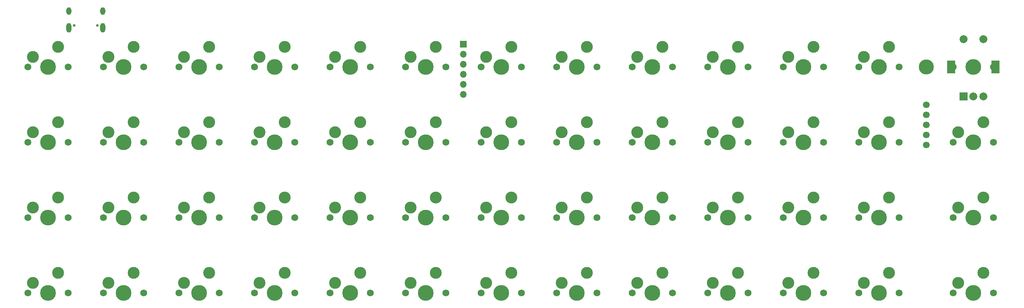
<source format=gts>
G04 #@! TF.GenerationSoftware,KiCad,Pcbnew,(6.0.1-0)*
G04 #@! TF.CreationDate,2022-06-04T21:55:58-05:00*
G04 #@! TF.ProjectId,pcb,7063622e-6b69-4636-9164-5f7063625858,rev?*
G04 #@! TF.SameCoordinates,Original*
G04 #@! TF.FileFunction,Soldermask,Top*
G04 #@! TF.FilePolarity,Negative*
%FSLAX46Y46*%
G04 Gerber Fmt 4.6, Leading zero omitted, Abs format (unit mm)*
G04 Created by KiCad (PCBNEW (6.0.1-0)) date 2022-06-04 21:55:58*
%MOMM*%
%LPD*%
G01*
G04 APERTURE LIST*
%ADD10C,3.000000*%
%ADD11C,1.750000*%
%ADD12C,3.987800*%
%ADD13R,2.000000X2.000000*%
%ADD14C,2.000000*%
%ADD15R,2.000000X3.200000*%
%ADD16C,3.800000*%
%ADD17O,1.700000X1.700000*%
%ADD18R,1.700000X1.700000*%
%ADD19C,0.650000*%
%ADD20O,1.300000X2.400000*%
%ADD21O,1.300000X1.900000*%
%ADD22C,1.700000*%
G04 APERTURE END LIST*
D10*
X121180225Y-50653950D03*
D11*
X119910225Y-53193950D03*
D12*
X124990225Y-53193950D03*
D10*
X127530225Y-48113950D03*
D11*
X130070225Y-53193950D03*
X206270225Y-53193950D03*
D10*
X203730225Y-48113950D03*
X197380225Y-50653950D03*
D11*
X196110225Y-53193950D03*
D12*
X201190225Y-53193950D03*
D11*
X187220225Y-53193950D03*
D10*
X178330225Y-50653950D03*
X184680225Y-48113950D03*
D11*
X177060225Y-53193950D03*
D12*
X182140225Y-53193950D03*
D11*
X168170225Y-53193950D03*
D12*
X163090225Y-53193950D03*
D10*
X165630225Y-48113950D03*
X159280225Y-50653950D03*
D11*
X158010225Y-53193950D03*
X81810225Y-53193950D03*
D12*
X86890225Y-53193950D03*
D10*
X83080225Y-50653950D03*
X89430225Y-48113950D03*
D11*
X91970225Y-53193950D03*
X225320225Y-53193950D03*
D10*
X222780225Y-48113950D03*
D12*
X220240225Y-53193950D03*
D11*
X215160225Y-53193950D03*
D10*
X216430225Y-50653950D03*
D11*
X244370225Y-53193950D03*
D10*
X235480225Y-50653950D03*
X241830225Y-48113950D03*
D11*
X234210225Y-53193950D03*
D12*
X239290225Y-53193950D03*
D11*
X91970225Y-72243950D03*
D12*
X86890225Y-72243950D03*
D10*
X83080225Y-69703950D03*
D11*
X81810225Y-72243950D03*
D10*
X89430225Y-67163950D03*
D11*
X111020225Y-72243950D03*
D10*
X102130225Y-69703950D03*
D11*
X100860225Y-72243950D03*
D10*
X108480225Y-67163950D03*
D12*
X105940225Y-72243950D03*
X144045399Y-72243950D03*
D10*
X146585399Y-67163950D03*
D11*
X138965399Y-72243950D03*
X149125399Y-72243950D03*
D10*
X140235399Y-69703950D03*
X273580225Y-50653950D03*
D12*
X277390225Y-53193950D03*
D10*
X279930225Y-48113950D03*
D11*
X272310225Y-53193950D03*
X282470225Y-53193950D03*
D10*
X165630225Y-67163950D03*
X159280225Y-69703950D03*
D11*
X168170225Y-72243950D03*
X158010225Y-72243950D03*
D12*
X163090225Y-72243950D03*
D11*
X187220225Y-72243950D03*
D12*
X182140225Y-72243950D03*
D11*
X177060225Y-72243950D03*
D10*
X184680225Y-67163950D03*
X178330225Y-69703950D03*
D11*
X196110225Y-72243950D03*
D12*
X201190225Y-72243950D03*
D10*
X203730225Y-67163950D03*
D11*
X206270225Y-72243950D03*
D10*
X197380225Y-69703950D03*
D11*
X111020225Y-110343950D03*
D12*
X105940225Y-110343950D03*
D11*
X100860225Y-110343950D03*
D10*
X108480225Y-105263950D03*
X102130225Y-107803950D03*
D11*
X119910225Y-110343950D03*
D10*
X127530225Y-105263950D03*
D11*
X130070225Y-110343950D03*
D12*
X124990225Y-110343950D03*
D10*
X121180225Y-107803950D03*
X140230225Y-107803950D03*
X146580225Y-105263950D03*
D12*
X144040225Y-110343950D03*
D11*
X149120225Y-110343950D03*
X138960225Y-110343950D03*
D10*
X159280225Y-107803950D03*
D11*
X168170225Y-110343950D03*
D10*
X165630225Y-105263950D03*
D11*
X158010225Y-110343950D03*
D12*
X163090225Y-110343950D03*
X182140225Y-110343950D03*
D11*
X187220225Y-110343950D03*
D10*
X178330225Y-107803950D03*
X184680225Y-105263950D03*
D11*
X177060225Y-110343950D03*
D12*
X220240225Y-110343950D03*
D11*
X225320225Y-110343950D03*
D10*
X222780225Y-105263950D03*
D11*
X215160225Y-110343950D03*
D10*
X216430225Y-107803950D03*
X241830225Y-105263950D03*
X235480225Y-107803950D03*
D11*
X244370225Y-110343950D03*
X234210225Y-110343950D03*
D12*
X239290225Y-110343950D03*
D11*
X253260225Y-110343950D03*
D10*
X254530225Y-107803950D03*
X260880225Y-105263950D03*
D11*
X263420225Y-110343950D03*
D12*
X258340225Y-110343950D03*
D10*
X279930225Y-105263950D03*
D12*
X277390225Y-110343950D03*
D11*
X282470225Y-110343950D03*
X272310225Y-110343950D03*
D10*
X273580225Y-107803950D03*
D11*
X196110225Y-110343950D03*
X206270225Y-110343950D03*
D10*
X203730225Y-105263950D03*
D12*
X201190225Y-110343950D03*
D10*
X197380225Y-107803950D03*
X279930225Y-86213950D03*
D12*
X277390225Y-91293950D03*
D10*
X273580225Y-88753950D03*
D11*
X272310225Y-91293950D03*
X282470225Y-91293950D03*
X253260225Y-91293950D03*
D10*
X260880225Y-86213950D03*
D12*
X258340225Y-91293950D03*
D10*
X254530225Y-88753950D03*
D11*
X263420225Y-91293950D03*
D10*
X216430225Y-88753950D03*
D11*
X215160225Y-91293950D03*
D10*
X222780225Y-86213950D03*
D11*
X225320225Y-91293950D03*
D12*
X220240225Y-91293950D03*
D11*
X187220225Y-91293950D03*
X177060225Y-91293950D03*
D12*
X182140225Y-91293950D03*
D10*
X184680225Y-86213950D03*
X178330225Y-88753950D03*
D11*
X138960225Y-91293950D03*
D10*
X146580225Y-86213950D03*
D11*
X149120225Y-91293950D03*
D12*
X144040225Y-91293950D03*
D10*
X140230225Y-88753950D03*
X83080225Y-88753950D03*
X89430225Y-86213950D03*
D11*
X91970225Y-91293950D03*
X81810225Y-91293950D03*
D12*
X86890225Y-91293950D03*
D11*
X158010225Y-91293950D03*
D10*
X159280225Y-88753950D03*
X165630225Y-86213950D03*
D11*
X168170225Y-91293950D03*
D12*
X163090225Y-91293950D03*
D10*
X298980225Y-67163950D03*
D11*
X301520225Y-72243950D03*
D10*
X292630225Y-69703950D03*
D11*
X291360225Y-72243950D03*
D12*
X296440225Y-72243950D03*
D10*
X127530225Y-86213950D03*
D11*
X130070225Y-91293950D03*
D10*
X121180225Y-88753950D03*
D11*
X119910225Y-91293950D03*
D12*
X124990225Y-91293950D03*
X105940225Y-91293950D03*
D11*
X111020225Y-91293950D03*
D10*
X108480225Y-86213950D03*
X102130225Y-88753950D03*
D11*
X100860225Y-91293950D03*
X263420225Y-72243950D03*
D10*
X260880225Y-67163950D03*
D12*
X258340225Y-72243950D03*
D10*
X254530225Y-69703950D03*
D11*
X253260225Y-72243950D03*
X234210225Y-72243950D03*
D10*
X241830225Y-67163950D03*
D12*
X239290225Y-72243950D03*
D10*
X235480225Y-69703950D03*
D11*
X244370225Y-72243950D03*
D10*
X273580225Y-69703950D03*
D12*
X277390225Y-72243950D03*
D11*
X282470225Y-72243950D03*
D10*
X279930225Y-67163950D03*
D11*
X272310225Y-72243950D03*
D10*
X298980225Y-105263950D03*
D11*
X291360225Y-110343950D03*
D12*
X296440225Y-110343950D03*
D11*
X301520225Y-110343950D03*
D10*
X292630225Y-107803950D03*
X298980225Y-86213950D03*
X292630225Y-88753950D03*
D12*
X296440225Y-91293950D03*
D11*
X301520225Y-91293950D03*
X291360225Y-91293950D03*
D10*
X292630225Y-50653950D03*
D12*
X296440225Y-53193950D03*
D11*
X301520225Y-53193950D03*
X291360225Y-53193950D03*
D10*
X298980225Y-48113950D03*
D13*
X317752725Y-60693950D03*
D14*
X322752725Y-60693950D03*
X320252725Y-60693950D03*
D15*
X314652725Y-53193950D03*
X325852725Y-53193950D03*
D14*
X322752725Y-46193950D03*
X317752725Y-46193950D03*
D10*
X108480225Y-48113950D03*
X102130225Y-50653950D03*
D11*
X111020225Y-53193950D03*
X100860225Y-53193950D03*
D12*
X105940225Y-53193950D03*
X144040225Y-53193950D03*
D11*
X149120225Y-53193950D03*
D10*
X140230225Y-50653950D03*
D11*
X138960225Y-53193950D03*
D10*
X146580225Y-48113950D03*
D12*
X320252785Y-110344230D03*
D10*
X322792785Y-105264230D03*
D11*
X315172785Y-110344230D03*
X325332785Y-110344230D03*
D10*
X316442785Y-107804230D03*
D11*
X315172785Y-72244070D03*
D10*
X316442785Y-69704070D03*
X322792785Y-67164070D03*
D11*
X325332785Y-72244070D03*
D12*
X320252785Y-72244070D03*
D10*
X316442785Y-88754150D03*
X322792785Y-86214150D03*
D11*
X325332785Y-91294150D03*
D12*
X320252785Y-91294150D03*
D11*
X315172785Y-91294150D03*
D12*
X201190225Y-91293950D03*
D10*
X203730225Y-86213950D03*
D11*
X206270225Y-91293950D03*
X196110225Y-91293950D03*
D10*
X197380225Y-88753950D03*
X241830225Y-86213950D03*
D11*
X244370225Y-91293950D03*
D12*
X239290225Y-91293950D03*
D11*
X234210225Y-91293950D03*
D10*
X235480225Y-88753950D03*
D11*
X91970225Y-110343950D03*
D10*
X89430225Y-105263950D03*
D11*
X81810225Y-110343950D03*
D10*
X83080225Y-107803950D03*
D12*
X86890225Y-110343950D03*
D10*
X254530225Y-50653950D03*
X260880225Y-48113950D03*
D11*
X253260225Y-53193950D03*
D12*
X258340225Y-53193950D03*
D11*
X263420225Y-53193950D03*
D10*
X121180225Y-69703950D03*
X127530225Y-67163950D03*
D11*
X119910225Y-72243950D03*
D12*
X124990225Y-72243950D03*
D11*
X130070225Y-72243950D03*
X215160225Y-72243950D03*
D12*
X220240225Y-72243950D03*
D10*
X222780225Y-67163950D03*
D11*
X225320225Y-72243950D03*
D10*
X216430225Y-69703950D03*
D16*
X308346661Y-53193950D03*
D11*
X325332725Y-53193950D03*
D12*
X320252725Y-53193950D03*
D11*
X315172725Y-53193950D03*
D17*
X191665313Y-60143950D03*
X191665313Y-49983950D03*
X191665313Y-55063950D03*
X191665313Y-57603950D03*
X191665313Y-52523950D03*
D18*
X191665313Y-47443950D03*
D19*
X93525217Y-42765450D03*
X99305217Y-42765450D03*
D20*
X92115217Y-43316450D03*
X100715217Y-43316450D03*
D21*
X100715217Y-39116450D03*
X92115217Y-39116450D03*
D22*
X308390225Y-67843950D03*
X308390225Y-70383950D03*
X308390225Y-72923950D03*
X308390225Y-65303950D03*
X308390225Y-62763950D03*
M02*

</source>
